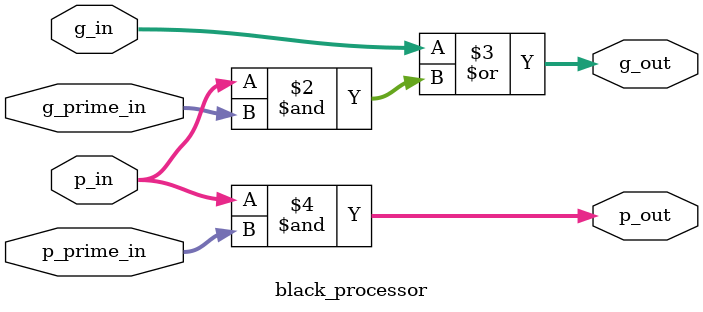
<source format=sv>
/*******************************************************************************
  Copyright 2019 Supranational LLC

  Licensed under the Apache License, Version 2.0 (the "License");
  you may not use this file except in compliance with the License.
  You may obtain a copy of the License at

    http://www.apache.org/licenses/LICENSE-2.0

  Unless required by applicable law or agreed to in writing, software
  distributed under the License is distributed on an "AS IS" BASIS,
  WITHOUT WARRANTIES OR CONDITIONS OF ANY KIND, either express or implied.
  See the License for the specific language governing permissions and
  limitations under the License.
*******************************************************************************/

module black_processor
  #(
    parameter int BIT_LEN      = 17
    )
  (
   input  logic [BIT_LEN-1:0] g_in,
   input  logic [BIT_LEN-1:0] p_in,
   input  logic [BIT_LEN-1:0] g_prime_in,
   input  logic [BIT_LEN-1:0] p_prime_in,
   output logic [BIT_LEN-1:0] g_out,
   output logic [BIT_LEN-1:0] p_out
   );
  
  always_comb begin
    g_out = g_in | (p_in & g_prime_in);
    p_out = p_in & p_prime_in;
  end
endmodule

</source>
